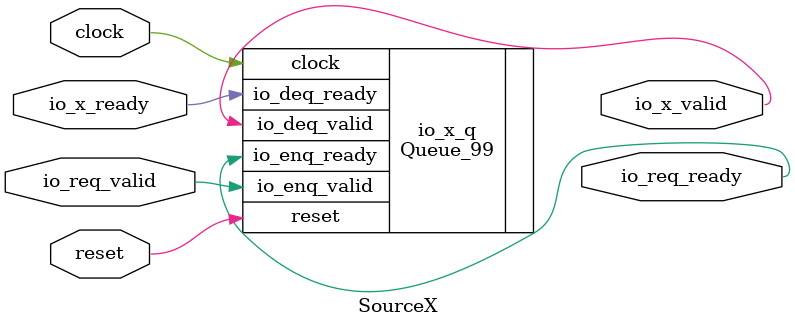
<source format=sv>
`ifndef RANDOMIZE
  `ifdef RANDOMIZE_REG_INIT
    `define RANDOMIZE
  `endif // RANDOMIZE_REG_INIT
`endif // not def RANDOMIZE
`ifndef RANDOMIZE
  `ifdef RANDOMIZE_MEM_INIT
    `define RANDOMIZE
  `endif // RANDOMIZE_MEM_INIT
`endif // not def RANDOMIZE

`ifndef RANDOM
  `define RANDOM $random
`endif // not def RANDOM

// Users can define 'PRINTF_COND' to add an extra gate to prints.
`ifndef PRINTF_COND_
  `ifdef PRINTF_COND
    `define PRINTF_COND_ (`PRINTF_COND)
  `else  // PRINTF_COND
    `define PRINTF_COND_ 1
  `endif // PRINTF_COND
`endif // not def PRINTF_COND_

// Users can define 'ASSERT_VERBOSE_COND' to add an extra gate to assert error printing.
`ifndef ASSERT_VERBOSE_COND_
  `ifdef ASSERT_VERBOSE_COND
    `define ASSERT_VERBOSE_COND_ (`ASSERT_VERBOSE_COND)
  `else  // ASSERT_VERBOSE_COND
    `define ASSERT_VERBOSE_COND_ 1
  `endif // ASSERT_VERBOSE_COND
`endif // not def ASSERT_VERBOSE_COND_

// Users can define 'STOP_COND' to add an extra gate to stop conditions.
`ifndef STOP_COND_
  `ifdef STOP_COND
    `define STOP_COND_ (`STOP_COND)
  `else  // STOP_COND
    `define STOP_COND_ 1
  `endif // STOP_COND
`endif // not def STOP_COND_

// Users can define INIT_RANDOM as general code that gets injected into the
// initializer block for modules with registers.
`ifndef INIT_RANDOM
  `define INIT_RANDOM
`endif // not def INIT_RANDOM

// If using random initialization, you can also define RANDOMIZE_DELAY to
// customize the delay used, otherwise 0.002 is used.
`ifndef RANDOMIZE_DELAY
  `define RANDOMIZE_DELAY 0.002
`endif // not def RANDOMIZE_DELAY

// Define INIT_RANDOM_PROLOG_ for use in our modules below.
`ifndef INIT_RANDOM_PROLOG_
  `ifdef RANDOMIZE
    `ifdef VERILATOR
      `define INIT_RANDOM_PROLOG_ `INIT_RANDOM
    `else  // VERILATOR
      `define INIT_RANDOM_PROLOG_ `INIT_RANDOM #`RANDOMIZE_DELAY begin end
    `endif // VERILATOR
  `else  // RANDOMIZE
    `define INIT_RANDOM_PROLOG_
  `endif // RANDOMIZE
`endif // not def INIT_RANDOM_PROLOG_

module SourceX(
  input  clock,
         reset,
         io_req_valid,
         io_x_ready,
  output io_req_ready,
         io_x_valid
);

  Queue_99 io_x_q (	// @[Decoupled.scala:375:21]
    .clock        (clock),
    .reset        (reset),
    .io_enq_valid (io_req_valid),
    .io_deq_ready (io_x_ready),
    .io_enq_ready (io_req_ready),
    .io_deq_valid (io_x_valid)
  );
endmodule


</source>
